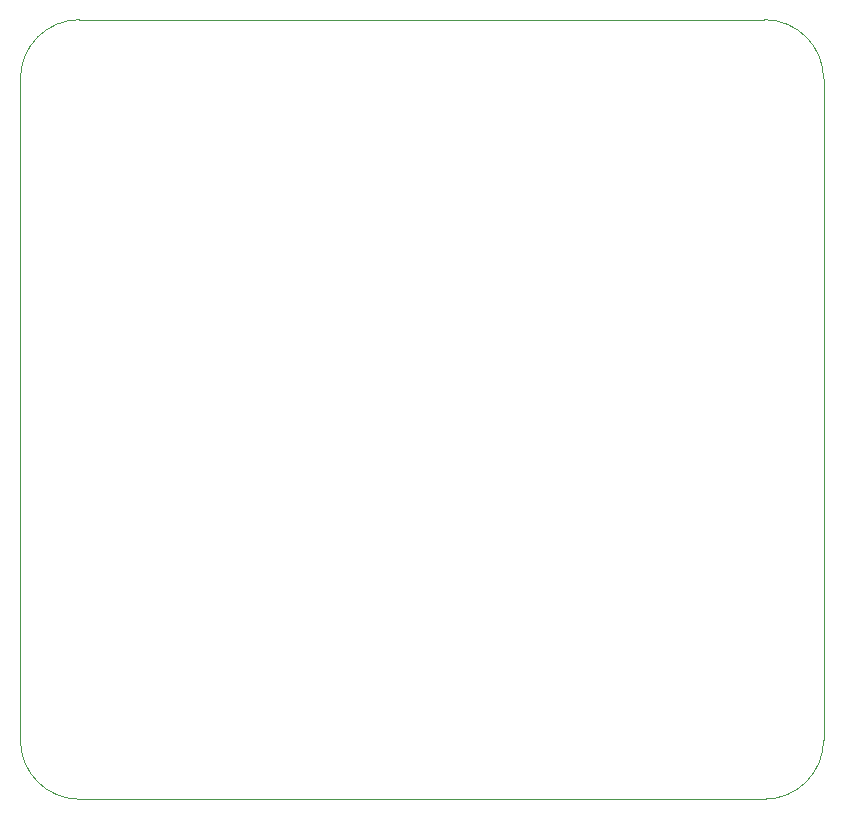
<source format=gbr>
%TF.GenerationSoftware,KiCad,Pcbnew,9.0.6*%
%TF.CreationDate,2025-12-27T23:02:08-08:00*%
%TF.ProjectId,Test Rocket Board,54657374-2052-46f6-936b-657420426f61,rev?*%
%TF.SameCoordinates,Original*%
%TF.FileFunction,Profile,NP*%
%FSLAX46Y46*%
G04 Gerber Fmt 4.6, Leading zero omitted, Abs format (unit mm)*
G04 Created by KiCad (PCBNEW 9.0.6) date 2025-12-27 23:02:08*
%MOMM*%
%LPD*%
G01*
G04 APERTURE LIST*
%TA.AperFunction,Profile*%
%ADD10C,0.050000*%
%TD*%
G04 APERTURE END LIST*
D10*
X137000000Y-140000000D02*
X195000000Y-140000000D01*
X195000000Y-74000000D02*
X137000000Y-74000000D01*
X200000000Y-135000000D02*
G75*
G02*
X195000000Y-140000000I-5000000J0D01*
G01*
X200000000Y-135000000D02*
X200000000Y-79000000D01*
X195000000Y-74000000D02*
G75*
G02*
X200000000Y-79000000I0J-5000000D01*
G01*
X132000000Y-79000000D02*
X132000000Y-135000000D01*
X132000000Y-79000000D02*
G75*
G02*
X137000000Y-74000000I5000000J0D01*
G01*
X137000000Y-140000000D02*
G75*
G02*
X132000000Y-135000000I0J5000000D01*
G01*
M02*

</source>
